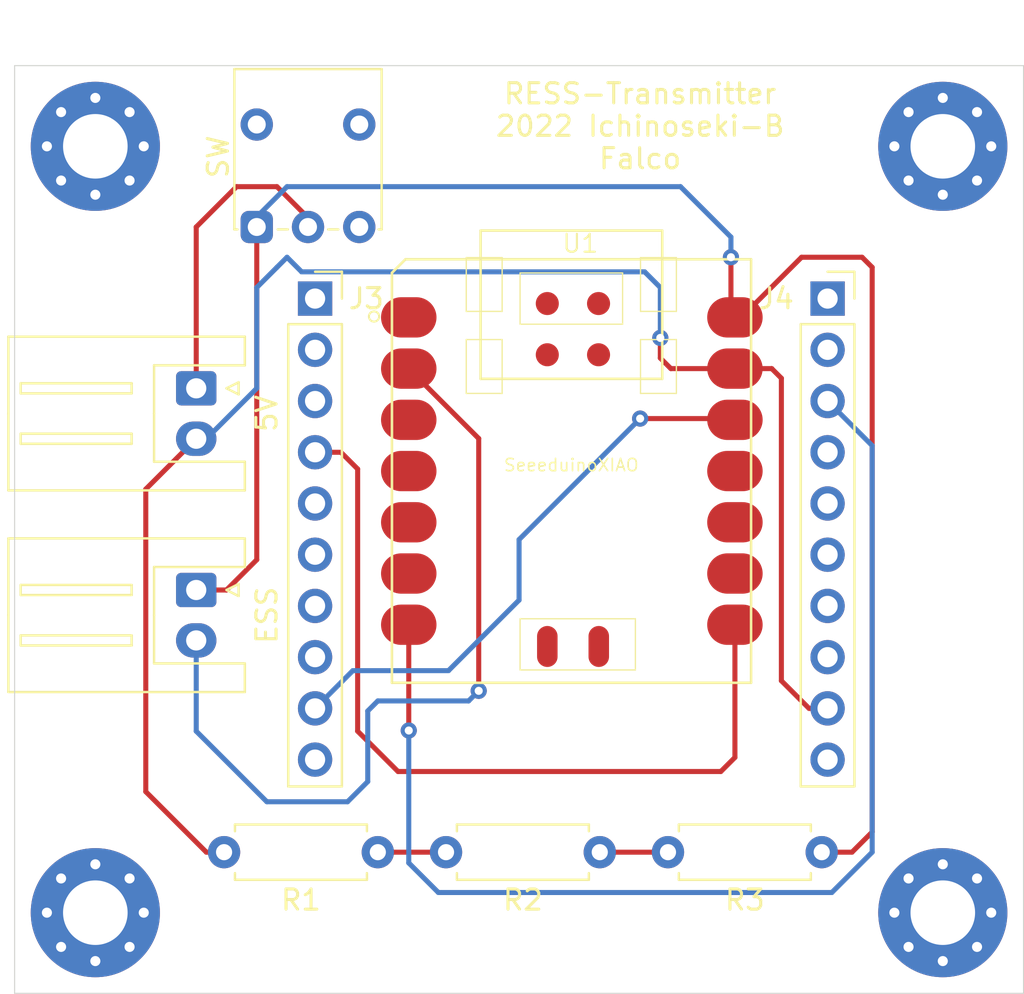
<source format=kicad_pcb>
(kicad_pcb (version 20171130) (host pcbnew "(5.1.9)-1")
  (layers (0 F.Cu signal) (31 B.Cu signal) (34 B.Paste user hide) (35 F.Paste user hide) (36 B.SilkS user) (37 F.SilkS user) (38 B.Mask user hide) (39 F.Mask user) (44 Edge.Cuts user))
  (net 0 "")
  (net 1 GND)
  (net 2 +5V)
  (net 3 RX)
  (net 4 +3V3)
  (net 5 TX)
  (net 6 PW_IN)
  (net 7 ESS_IN)
  (net 8 "Net-(R1-Pad1)")
  (net 9 "Net-(R2-Pad1)")
  (module MountingHole:MountingHole_3.2mm_M3_Pad_Via (layer F.Cu) (at 167 112)
    (fp_text reference REF** hide)
    (fp_text value MountingHole_3.2mm_M3_Pad_Via)
    (pad 1 thru_hole circle (at 1.697056 -1.697056) (size 0.8 0.8) (drill 0.5) (layers *.Cu *.Mask))
    (pad 1 thru_hole circle (at 0 -2.4) (size 0.8 0.8) (drill 0.5) (layers *.Cu *.Mask))
    (pad 1 thru_hole circle (at -1.697056 -1.697056) (size 0.8 0.8) (drill 0.5) (layers *.Cu *.Mask))
    (pad 1 thru_hole circle (at -2.4 0) (size 0.8 0.8) (drill 0.5) (layers *.Cu *.Mask))
    (pad 1 thru_hole circle (at -1.697056 1.697056) (size 0.8 0.8) (drill 0.5) (layers *.Cu *.Mask))
    (pad 1 thru_hole circle (at 0 2.4) (size 0.8 0.8) (drill 0.5) (layers *.Cu *.Mask))
    (pad 1 thru_hole circle (at 1.697056 1.697056) (size 0.8 0.8) (drill 0.5) (layers *.Cu *.Mask))
    (pad 1 thru_hole circle (at 2.4 0) (size 0.8 0.8) (drill 0.5) (layers *.Cu *.Mask))
    (pad 1 thru_hole circle (at 0 0) (size 6.4 6.4) (drill 3.2) (layers *.Cu *.Mask))
  )
  (module MountingHole:MountingHole_3.2mm_M3_Pad_Via (layer F.Cu) (at 125 112)
    (fp_text reference REF** hide)
    (fp_text value MountingHole_3.2mm_M3_Pad_Via)
    (pad 1 thru_hole circle (at 1.697056 -1.697056) (size 0.8 0.8) (drill 0.5) (layers *.Cu *.Mask))
    (pad 1 thru_hole circle (at 0 -2.4) (size 0.8 0.8) (drill 0.5) (layers *.Cu *.Mask))
    (pad 1 thru_hole circle (at -1.697056 -1.697056) (size 0.8 0.8) (drill 0.5) (layers *.Cu *.Mask))
    (pad 1 thru_hole circle (at -2.4 0) (size 0.8 0.8) (drill 0.5) (layers *.Cu *.Mask))
    (pad 1 thru_hole circle (at -1.697056 1.697056) (size 0.8 0.8) (drill 0.5) (layers *.Cu *.Mask))
    (pad 1 thru_hole circle (at 0 2.4) (size 0.8 0.8) (drill 0.5) (layers *.Cu *.Mask))
    (pad 1 thru_hole circle (at 1.697056 1.697056) (size 0.8 0.8) (drill 0.5) (layers *.Cu *.Mask))
    (pad 1 thru_hole circle (at 2.4 0) (size 0.8 0.8) (drill 0.5) (layers *.Cu *.Mask))
    (pad 1 thru_hole circle (at 0 0) (size 6.4 6.4) (drill 3.2) (layers *.Cu *.Mask))
  )
  (module MountingHole:MountingHole_3.2mm_M3_Pad_Via (layer F.Cu) (at 167 74)
    (fp_text reference REF** hide)
    (fp_text value MountingHole_3.2mm_M3_Pad_Via)
    (pad 1 thru_hole circle (at 1.697056 -1.697056) (size 0.8 0.8) (drill 0.5) (layers *.Cu *.Mask))
    (pad 1 thru_hole circle (at 0 -2.4) (size 0.8 0.8) (drill 0.5) (layers *.Cu *.Mask))
    (pad 1 thru_hole circle (at -1.697056 -1.697056) (size 0.8 0.8) (drill 0.5) (layers *.Cu *.Mask))
    (pad 1 thru_hole circle (at -2.4 0) (size 0.8 0.8) (drill 0.5) (layers *.Cu *.Mask))
    (pad 1 thru_hole circle (at -1.697056 1.697056) (size 0.8 0.8) (drill 0.5) (layers *.Cu *.Mask))
    (pad 1 thru_hole circle (at 0 2.4) (size 0.8 0.8) (drill 0.5) (layers *.Cu *.Mask))
    (pad 1 thru_hole circle (at 1.697056 1.697056) (size 0.8 0.8) (drill 0.5) (layers *.Cu *.Mask))
    (pad 1 thru_hole circle (at 2.4 0) (size 0.8 0.8) (drill 0.5) (layers *.Cu *.Mask))
    (pad 1 thru_hole circle (at 0 0) (size 6.4 6.4) (drill 3.2) (layers *.Cu *.Mask))
  )
  (module MountingHole:MountingHole_3.2mm_M3_Pad_Via (layer F.Cu) (at 125 74)
    (fp_text reference REF** hide)
    (fp_text value MountingHole_3.2mm_M3_Pad_Via)
    (pad 1 thru_hole circle (at 1.697056 -1.697056) (size 0.8 0.8) (drill 0.5) (layers *.Cu *.Mask))
    (pad 1 thru_hole circle (at 0 -2.4) (size 0.8 0.8) (drill 0.5) (layers *.Cu *.Mask))
    (pad 1 thru_hole circle (at -1.697056 -1.697056) (size 0.8 0.8) (drill 0.5) (layers *.Cu *.Mask))
    (pad 1 thru_hole circle (at -2.4 0) (size 0.8 0.8) (drill 0.5) (layers *.Cu *.Mask))
    (pad 1 thru_hole circle (at -1.697056 1.697056) (size 0.8 0.8) (drill 0.5) (layers *.Cu *.Mask))
    (pad 1 thru_hole circle (at 0 2.4) (size 0.8 0.8) (drill 0.5) (layers *.Cu *.Mask))
    (pad 1 thru_hole circle (at 1.697056 1.697056) (size 0.8 0.8) (drill 0.5) (layers *.Cu *.Mask))
    (pad 1 thru_hole circle (at 2.4 0) (size 0.8 0.8) (drill 0.5) (layers *.Cu *.Mask))
    (pad 1 thru_hole circle (at 0 0) (size 6.4 6.4) (drill 3.2) (layers *.Cu *.Mask))
  )
  (module Connector_JST:JST_XH_S2B-XH-A_1x02_P2.50mm_Horizontal (layer F.Cu) (at 130 96 270)
    (fp_text reference ESS (at 1.25 -3.5 90) (layer F.SilkS))
    (fp_text value ESS_IN)
    (fp_line (start 1.25 9.31) (end -2.56 9.31) (layer F.SilkS) (width 0.12))
    (fp_line (start -2.56 9.31) (end -2.56 -2.41) (layer F.SilkS) (width 0.12))
    (fp_line (start -2.56 -2.41) (end -1.14 -2.41) (layer F.SilkS) (width 0.12))
    (fp_line (start -1.14 -2.41) (end -1.14 2.09) (layer F.SilkS) (width 0.12))
    (fp_line (start -1.14 2.09) (end 1.25 2.09) (layer F.SilkS) (width 0.12))
    (fp_line (start 1.25 9.31) (end 5.06 9.31) (layer F.SilkS) (width 0.12))
    (fp_line (start 5.06 9.31) (end 5.06 -2.41) (layer F.SilkS) (width 0.12))
    (fp_line (start 5.06 -2.41) (end 3.64 -2.41) (layer F.SilkS) (width 0.12))
    (fp_line (start 3.64 -2.41) (end 3.64 2.09) (layer F.SilkS) (width 0.12))
    (fp_line (start 3.64 2.09) (end 1.25 2.09) (layer F.SilkS) (width 0.12))
    (fp_line (start -0.25 3.2) (end -0.25 8.7) (layer F.SilkS) (width 0.12))
    (fp_line (start -0.25 8.7) (end 0.25 8.7) (layer F.SilkS) (width 0.12))
    (fp_line (start 0.25 8.7) (end 0.25 3.2) (layer F.SilkS) (width 0.12))
    (fp_line (start 0.25 3.2) (end -0.25 3.2) (layer F.SilkS) (width 0.12))
    (fp_line (start 2.25 3.2) (end 2.25 8.7) (layer F.SilkS) (width 0.12))
    (fp_line (start 2.25 8.7) (end 2.75 8.7) (layer F.SilkS) (width 0.12))
    (fp_line (start 2.75 8.7) (end 2.75 3.2) (layer F.SilkS) (width 0.12))
    (fp_line (start 2.75 3.2) (end 2.25 3.2) (layer F.SilkS) (width 0.12))
    (fp_line (start 0 -1.5) (end -0.3 -2.1) (layer F.SilkS) (width 0.12))
    (fp_line (start -0.3 -2.1) (end 0.3 -2.1) (layer F.SilkS) (width 0.12))
    (fp_line (start 0.3 -2.1) (end 0 -1.5) (layer F.SilkS) (width 0.12))
    (pad 1 thru_hole roundrect (at 0 0 270) (size 1.7 2) (drill 1) (layers *.Cu *.Mask) (roundrect_rratio 0.1470588235294118) (net 2 +5V))
    (pad 2 thru_hole oval (at 2.5 0 270) (size 1.7 2) (drill 1) (layers *.Cu *.Mask) (net 7 ESS_IN))
  )
  (module Connector_PinSocket_2.54mm:PinSocket_1x10_P2.54mm_Vertical (layer F.Cu) (at 135.89 81.55)
    (fp_text reference J3 (at 2.54 0) (layer F.SilkS))
    (fp_text value ADP_L)
    (fp_line (start 0 -1.33) (end 1.33 -1.33) (layer F.SilkS) (width 0.12))
    (fp_line (start 1.33 -1.33) (end 1.33 0) (layer F.SilkS) (width 0.12))
    (fp_line (start 1.33 1.27) (end 1.33 24.19) (layer F.SilkS) (width 0.12))
    (fp_line (start -1.33 24.19) (end 1.33 24.19) (layer F.SilkS) (width 0.12))
    (fp_line (start -1.33 1.27) (end -1.33 24.19) (layer F.SilkS) (width 0.12))
    (fp_line (start -1.33 1.27) (end 1.33 1.27) (layer F.SilkS) (width 0.12))
    (pad 1 thru_hole rect (at 0 0) (size 1.7 1.7) (drill 1) (layers *.Cu *.Mask))
    (pad 2 thru_hole oval (at 0 2.54) (size 1.7 1.7) (drill 1) (layers *.Cu *.Mask))
    (pad 3 thru_hole oval (at 0 5.08) (size 1.7 1.7) (drill 1) (layers *.Cu *.Mask))
    (pad 4 thru_hole oval (at 0 7.62) (size 1.7 1.7) (drill 1) (layers *.Cu *.Mask) (net 3 RX))
    (pad 5 thru_hole oval (at 0 10.16) (size 1.7 1.7) (drill 1) (layers *.Cu *.Mask))
    (pad 6 thru_hole oval (at 0 12.7) (size 1.7 1.7) (drill 1) (layers *.Cu *.Mask))
    (pad 7 thru_hole oval (at 0 15.24) (size 1.7 1.7) (drill 1) (layers *.Cu *.Mask))
    (pad 8 thru_hole oval (at 0 17.78) (size 1.7 1.7) (drill 1) (layers *.Cu *.Mask))
    (pad 9 thru_hole oval (at 0 20.32) (size 1.7 1.7) (drill 1) (layers *.Cu *.Mask) (net 4 +3V3))
    (pad 10 thru_hole oval (at 0 22.86) (size 1.7 1.7) (drill 1) (layers *.Cu *.Mask))
  )
  (module Connector_PinSocket_2.54mm:PinSocket_1x10_P2.54mm_Vertical (layer F.Cu) (at 161.29 81.55)
    (fp_text reference J4 (at -2.54 0) (layer F.SilkS))
    (fp_text value ADP_R)
    (fp_line (start -1.33 1.27) (end 1.33 1.27) (layer F.SilkS) (width 0.12))
    (fp_line (start -1.33 1.27) (end -1.33 24.19) (layer F.SilkS) (width 0.12))
    (fp_line (start -1.33 24.19) (end 1.33 24.19) (layer F.SilkS) (width 0.12))
    (fp_line (start 1.33 1.27) (end 1.33 24.19) (layer F.SilkS) (width 0.12))
    (fp_line (start 1.33 -1.33) (end 1.33 0) (layer F.SilkS) (width 0.12))
    (fp_line (start 0 -1.33) (end 1.33 -1.33) (layer F.SilkS) (width 0.12))
    (pad 10 thru_hole oval (at 0 22.86) (size 1.7 1.7) (drill 1) (layers *.Cu *.Mask))
    (pad 9 thru_hole oval (at 0 20.32) (size 1.7 1.7) (drill 1) (layers *.Cu *.Mask) (net 1 GND))
    (pad 8 thru_hole oval (at 0 17.78) (size 1.7 1.7) (drill 1) (layers *.Cu *.Mask))
    (pad 7 thru_hole oval (at 0 15.24) (size 1.7 1.7) (drill 1) (layers *.Cu *.Mask))
    (pad 6 thru_hole oval (at 0 12.7) (size 1.7 1.7) (drill 1) (layers *.Cu *.Mask))
    (pad 5 thru_hole oval (at 0 10.16) (size 1.7 1.7) (drill 1) (layers *.Cu *.Mask))
    (pad 4 thru_hole oval (at 0 7.62) (size 1.7 1.7) (drill 1) (layers *.Cu *.Mask))
    (pad 3 thru_hole oval (at 0 5.08) (size 1.7 1.7) (drill 1) (layers *.Cu *.Mask) (net 5 TX))
    (pad 2 thru_hole oval (at 0 2.54) (size 1.7 1.7) (drill 1) (layers *.Cu *.Mask))
    (pad 1 thru_hole rect (at 0 0) (size 1.7 1.7) (drill 1) (layers *.Cu *.Mask))
  )
  (module Connector_JST:JST_XH_S2B-XH-A_1x02_P2.50mm_Horizontal (layer F.Cu) (at 130 86 270)
    (fp_text reference 5V (at 1.25 -3.5 90) (layer F.SilkS))
    (fp_text value POWER)
    (fp_line (start 0.3 -2.1) (end 0 -1.5) (layer F.SilkS) (width 0.12))
    (fp_line (start -0.3 -2.1) (end 0.3 -2.1) (layer F.SilkS) (width 0.12))
    (fp_line (start 0 -1.5) (end -0.3 -2.1) (layer F.SilkS) (width 0.12))
    (fp_line (start 2.75 3.2) (end 2.25 3.2) (layer F.SilkS) (width 0.12))
    (fp_line (start 2.75 8.7) (end 2.75 3.2) (layer F.SilkS) (width 0.12))
    (fp_line (start 2.25 8.7) (end 2.75 8.7) (layer F.SilkS) (width 0.12))
    (fp_line (start 2.25 3.2) (end 2.25 8.7) (layer F.SilkS) (width 0.12))
    (fp_line (start 0.25 3.2) (end -0.25 3.2) (layer F.SilkS) (width 0.12))
    (fp_line (start 0.25 8.7) (end 0.25 3.2) (layer F.SilkS) (width 0.12))
    (fp_line (start -0.25 8.7) (end 0.25 8.7) (layer F.SilkS) (width 0.12))
    (fp_line (start -0.25 3.2) (end -0.25 8.7) (layer F.SilkS) (width 0.12))
    (fp_line (start 3.64 2.09) (end 1.25 2.09) (layer F.SilkS) (width 0.12))
    (fp_line (start 3.64 -2.41) (end 3.64 2.09) (layer F.SilkS) (width 0.12))
    (fp_line (start 5.06 -2.41) (end 3.64 -2.41) (layer F.SilkS) (width 0.12))
    (fp_line (start 5.06 9.31) (end 5.06 -2.41) (layer F.SilkS) (width 0.12))
    (fp_line (start 1.25 9.31) (end 5.06 9.31) (layer F.SilkS) (width 0.12))
    (fp_line (start -1.14 2.09) (end 1.25 2.09) (layer F.SilkS) (width 0.12))
    (fp_line (start -1.14 -2.41) (end -1.14 2.09) (layer F.SilkS) (width 0.12))
    (fp_line (start -2.56 -2.41) (end -1.14 -2.41) (layer F.SilkS) (width 0.12))
    (fp_line (start -2.56 9.31) (end -2.56 -2.41) (layer F.SilkS) (width 0.12))
    (fp_line (start 1.25 9.31) (end -2.56 9.31) (layer F.SilkS) (width 0.12))
    (pad 1 thru_hole roundrect (at 0 0 270) (size 1.7 2) (drill 1) (layers *.Cu *.Mask) (roundrect_rratio 0.1470588235294118) (net 6 PW_IN))
    (pad 2 thru_hole oval (at 2.5 0 270) (size 1.7 2) (drill 1) (layers *.Cu *.Mask) (net 1 GND))
  )
  (module Button_Switch_THT:SW_Push_1P2T_Vertical_E-Switch_800UDP8P1A1M6 (layer F.Cu) (at 133 78 90)
    (fp_text reference SW (at 3.48 -1.91 270) (layer F.SilkS))
    (fp_text value SW_SPDT)
    (fp_line (start -0.12 6.19) (end 7.83 6.19) (layer F.SilkS) (width 0.12))
    (fp_line (start 7.83 6.19) (end 7.83 -1.11) (layer F.SilkS) (width 0.12))
    (fp_line (start 7.83 -1.11) (end -0.12 -1.11) (layer F.SilkS) (width 0.12))
    (fp_line (start -0.12 -1.11) (end -0.12 -0.96) (layer F.SilkS) (width 0.12))
    (fp_line (start -0.12 1.54) (end -0.12 1.04) (layer F.SilkS) (width 0.12))
    (fp_line (start -0.12 4.04) (end -0.12 3.54) (layer F.SilkS) (width 0.12))
    (fp_line (start -0.12 6.19) (end -0.12 6.04) (layer F.SilkS) (width 0.12))
    (pad "" thru_hole circle (at 5.08 5.08 270) (size 1.6 1.6) (drill 0.89) (layers *.Cu *.Mask))
    (pad "" thru_hole circle (at 5.08 0 270) (size 1.6 1.6) (drill 0.89) (layers *.Cu *.Mask))
    (pad 1 thru_hole roundrect (at 0 0 270) (size 1.6 1.6) (drill 0.89) (layers *.Cu *.Mask) (net 2 +5V))
    (pad 2 thru_hole circle (at 0 2.54 270) (size 1.6 1.6) (drill 0.89) (layers *.Cu *.Mask) (net 6 PW_IN))
    (pad 3 thru_hole circle (at 0 5.08 270) (size 1.6 1.6) (drill 0.89) (layers *.Cu *.Mask))
  )
  (module Resistor_THT:R_Axial_DIN0207_L6.3mm_D2.5mm_P7.62mm_Horizontal (layer F.Cu) (at 139 109 180)
    (fp_text reference R1 (at 3.81 -2.37) (layer F.SilkS))
    (fp_text value 18Ω)
    (fp_line (start 7.08 1.37) (end 7.08 1.04) (layer F.SilkS) (width 0.12))
    (fp_line (start 0.54 1.37) (end 7.08 1.37) (layer F.SilkS) (width 0.12))
    (fp_line (start 0.54 1.04) (end 0.54 1.37) (layer F.SilkS) (width 0.12))
    (fp_line (start 7.08 -1.37) (end 7.08 -1.04) (layer F.SilkS) (width 0.12))
    (fp_line (start 0.54 -1.37) (end 7.08 -1.37) (layer F.SilkS) (width 0.12))
    (fp_line (start 0.54 -1.04) (end 0.54 -1.37) (layer F.SilkS) (width 0.12))
    (pad 1 thru_hole circle (at 0 0 180) (size 1.6 1.6) (drill 0.8) (layers *.Cu *.Mask) (net 8 "Net-(R1-Pad1)"))
    (pad 2 thru_hole oval (at 7.62 0 180) (size 1.6 1.6) (drill 0.8) (layers *.Cu *.Mask) (net 1 GND))
  )
  (module Resistor_THT:R_Axial_DIN0207_L6.3mm_D2.5mm_P7.62mm_Horizontal (layer F.Cu) (at 150 109 180)
    (fp_text reference R2 (at 3.81 -2.37 180) (layer F.SilkS))
    (fp_text value 18Ω)
    (fp_line (start 7.08 1.37) (end 7.08 1.04) (layer F.SilkS) (width 0.12))
    (fp_line (start 0.54 1.37) (end 7.08 1.37) (layer F.SilkS) (width 0.12))
    (fp_line (start 0.54 1.04) (end 0.54 1.37) (layer F.SilkS) (width 0.12))
    (fp_line (start 7.08 -1.37) (end 7.08 -1.04) (layer F.SilkS) (width 0.12))
    (fp_line (start 0.54 -1.37) (end 7.08 -1.37) (layer F.SilkS) (width 0.12))
    (fp_line (start 0.54 -1.04) (end 0.54 -1.37) (layer F.SilkS) (width 0.12))
    (pad 1 thru_hole circle (at 0 0 180) (size 1.6 1.6) (drill 0.8) (layers *.Cu *.Mask) (net 9 "Net-(R2-Pad1)"))
    (pad 2 thru_hole oval (at 7.62 0 180) (size 1.6 1.6) (drill 0.8) (layers *.Cu *.Mask) (net 8 "Net-(R1-Pad1)"))
  )
  (module Resistor_THT:R_Axial_DIN0207_L6.3mm_D2.5mm_P7.62mm_Horizontal (layer F.Cu) (at 161 109 180)
    (fp_text reference R3 (at 3.81 -2.37) (layer F.SilkS))
    (fp_text value 18Ω)
    (fp_line (start 7.08 1.37) (end 7.08 1.04) (layer F.SilkS) (width 0.12))
    (fp_line (start 0.54 1.37) (end 7.08 1.37) (layer F.SilkS) (width 0.12))
    (fp_line (start 0.54 1.04) (end 0.54 1.37) (layer F.SilkS) (width 0.12))
    (fp_line (start 7.08 -1.37) (end 7.08 -1.04) (layer F.SilkS) (width 0.12))
    (fp_line (start 0.54 -1.37) (end 7.08 -1.37) (layer F.SilkS) (width 0.12))
    (fp_line (start 0.54 -1.04) (end 0.54 -1.37) (layer F.SilkS) (width 0.12))
    (pad 1 thru_hole circle (at 0 0 180) (size 1.6 1.6) (drill 0.8) (layers *.Cu *.Mask) (net 2 +5V))
    (pad 2 thru_hole oval (at 7.62 0 180) (size 1.6 1.6) (drill 0.8) (layers *.Cu *.Mask) (net 9 "Net-(R2-Pad1)"))
  )
  (module "Seeeduino XIAO KICAD:Seeeduino XIAO-MOUDLE14P-2.54-21X17.8MM" (layer F.Cu) (at 139.7 100.6)
    (fp_text reference U1 (at 9.3345 -21.7805) (layer F.SilkS) (effects (font (size 0.889 0.889) (thickness 0.1016))))
    (fp_text value SeeeduinoXIAO (at 8.89 -10.795) (layer F.SilkS) (effects (font (size 0.6096 0.6096) (thickness 0.0762))))
    (fp_line (start 6.35 -17.78) (end 11.43 -17.78) (layer F.SilkS) (width 0.06604))
    (fp_line (start 11.43 -17.78) (end 11.43 -20.32) (layer F.SilkS) (width 0.06604))
    (fp_line (start 6.35 -20.32) (end 11.43 -20.32) (layer F.SilkS) (width 0.06604))
    (fp_line (start 6.35 -17.78) (end 6.35 -20.32) (layer F.SilkS) (width 0.06604))
    (fp_line (start 6.35 -0.635) (end 12.065 -0.635) (layer F.SilkS) (width 0.06604))
    (fp_line (start 12.065 -0.635) (end 12.065 -3.175) (layer F.SilkS) (width 0.06604))
    (fp_line (start 6.35 -3.175) (end 12.065 -3.175) (layer F.SilkS) (width 0.06604))
    (fp_line (start 6.35 -0.635) (end 6.35 -3.175) (layer F.SilkS) (width 0.06604))
    (fp_line (start 3.683 -18.415) (end 5.461 -18.415) (layer F.SilkS) (width 0.06604))
    (fp_line (start 5.461 -18.415) (end 5.461 -21.082) (layer F.SilkS) (width 0.06604))
    (fp_line (start 3.683 -21.082) (end 5.461 -21.082) (layer F.SilkS) (width 0.06604))
    (fp_line (start 3.683 -18.415) (end 3.683 -21.082) (layer F.SilkS) (width 0.06604))
    (fp_line (start 3.683 -14.34846) (end 5.461 -14.34846) (layer F.SilkS) (width 0.06604))
    (fp_line (start 5.461 -14.34846) (end 5.461 -17.018) (layer F.SilkS) (width 0.06604))
    (fp_line (start 3.683 -17.018) (end 5.461 -17.018) (layer F.SilkS) (width 0.06604))
    (fp_line (start 3.683 -14.34846) (end 3.683 -17.018) (layer F.SilkS) (width 0.06604))
    (fp_line (start 12.319 -14.34846) (end 14.097 -14.34846) (layer F.SilkS) (width 0.06604))
    (fp_line (start 14.097 -14.34846) (end 14.097 -17.018) (layer F.SilkS) (width 0.06604))
    (fp_line (start 12.319 -17.018) (end 14.097 -17.018) (layer F.SilkS) (width 0.06604))
    (fp_line (start 12.319 -14.34846) (end 12.319 -17.018) (layer F.SilkS) (width 0.06604))
    (fp_line (start 12.319 -18.415) (end 14.097 -18.415) (layer F.SilkS) (width 0.06604))
    (fp_line (start 14.097 -18.415) (end 14.097 -21.082) (layer F.SilkS) (width 0.06604))
    (fp_line (start 12.319 -21.082) (end 14.097 -21.082) (layer F.SilkS) (width 0.06604))
    (fp_line (start 12.319 -18.415) (end 12.319 -21.082) (layer F.SilkS) (width 0.06604))
    (fp_line (start 0 0) (end 17.79778 0) (layer F.SilkS) (width 0.127))
    (fp_line (start 17.79778 0) (end 17.79778 -20.99818) (layer F.SilkS) (width 0.127))
    (fp_line (start 17.79778 -20.99818) (end 0.67056 -20.99818) (layer F.SilkS) (width 0.127))
    (fp_line (start 0.67056 -20.99818) (end 0 -20.32762) (layer F.SilkS) (width 0.127))
    (fp_line (start 0 -20.32762) (end 0 0) (layer F.SilkS) (width 0.127))
    (fp_line (start 4.39928 -22.42312) (end 13.39342 -22.42312) (layer F.SilkS) (width 0.127))
    (fp_line (start 13.39342 -22.42312) (end 13.39342 -15.06982) (layer F.SilkS) (width 0.127))
    (fp_line (start 13.39342 -15.06982) (end 4.3942 -15.06982) (layer F.SilkS) (width 0.127))
    (fp_line (start 4.3942 -15.06982) (end 4.3942 -22.42312) (layer F.SilkS) (width 0.127))
    (fp_circle (center -0.889 -18.161) (end -0.889 -18.415) (layer F.SilkS) (width 0.1))
    (pad 14 smd oval (at 16.99768 -18.11782) (size 2.74828 1.99898) (layers F.Cu F.Paste F.Mask) (net 2 +5V))
    (pad 13 smd oval (at 16.99768 -15.57782) (size 2.74828 1.99898) (layers F.Cu F.Paste F.Mask) (net 1 GND))
    (pad 12 smd oval (at 16.99768 -13.03782) (size 2.74828 1.99898) (layers F.Cu F.Paste F.Mask) (net 4 +3V3))
    (pad 11 smd oval (at 16.99768 -10.49782) (size 2.74828 1.99898) (layers F.Cu F.Paste F.Mask))
    (pad 10 smd oval (at 16.99768 -7.95782) (size 2.74828 1.99898) (layers F.Cu F.Paste F.Mask))
    (pad 9 smd oval (at 16.99768 -5.41782) (size 2.74828 1.99898) (layers F.Cu F.Paste F.Mask))
    (pad 8 smd oval (at 16.99768 -2.87782) (size 2.74828 1.99898) (layers F.Cu F.Paste F.Mask) (net 3 RX))
    (pad 7 smd oval (at 0.83312 -2.87782) (size 2.74828 1.99898) (layers F.Cu F.Paste F.Mask) (net 5 TX))
    (pad 6 smd oval (at 0.83312 -5.41782) (size 2.74828 1.99898) (layers F.Cu F.Paste F.Mask))
    (pad 5 smd oval (at 0.83312 -7.95782) (size 2.74828 1.99898) (layers F.Cu F.Paste F.Mask))
    (pad 4 smd oval (at 0.83312 -10.49782) (size 2.74828 1.99898) (layers F.Cu F.Paste F.Mask))
    (pad 3 smd oval (at 0.83312 -13.03782) (size 2.74828 1.99898) (layers F.Cu F.Paste F.Mask))
    (pad 2 smd oval (at 0.83312 -15.57782) (size 2.74828 1.99898) (layers F.Cu F.Paste F.Mask) (net 7 ESS_IN))
    (pad 1 smd oval (at 0.83312 -18.11782) (size 2.74828 1.99898) (layers F.Cu F.Paste F.Mask))
    (pad 15 smd oval (at 7.7 -1.8 90) (size 2.032 1.016) (layers F.Cu F.Paste F.Mask))
    (pad 16 smd oval (at 10.25 -1.8 90) (size 2.032 1.016) (layers F.Cu F.Paste F.Mask))
    (pad 17 smd circle (at 7.698803 -18.804187 90) (size 1.143 1.143) (layers F.Cu F.Paste F.Mask))
    (pad 18 smd circle (at 10.238803 -18.804187 90) (size 1.143 1.143) (layers F.Cu F.Paste F.Mask))
    (pad 19 smd circle (at 7.698803 -16.264187 90) (size 1.143 1.143) (layers F.Cu F.Paste F.Mask))
    (pad 20 smd circle (at 10.238803 -16.264187 90) (size 1.143 1.143) (layers F.Cu F.Paste F.Mask))
  )
  (gr_line (start 171 116) (end 171 70) (layer Edge.Cuts) (width 0.05))
  (gr_line (start 121 116) (end 121 70) (layer Edge.Cuts) (width 0.05))
  (gr_line (start 121 116) (end 171 116) (layer Edge.Cuts) (width 0.05))
  (gr_line (start 121 70) (end 171 70) (layer Edge.Cuts) (width 0.05))
  (gr_text "RESS-Transmitter\n2022 Ichinoseki-B\nFalco" (at 152 73) (layer F.SilkS) (effects (font (size 1 1))))
  (segment (start 130.5 109) (end 131.38 109) (width 0.25) (layer F.Cu) (net 1))
  (segment (start 127.5 91) (end 127.5 106) (width 0.25) (layer F.Cu) (net 1))
  (segment (start 127.5 106) (end 130.5 109) (width 0.25) (layer F.Cu) (net 1))
  (segment (start 130 88.5) (end 127.5 91) (width 0.25) (layer F.Cu) (net 1))
  (segment (start 160.37 101.87) (end 161.29 101.87) (width 0.25) (layer F.Cu) (net 1))
  (segment (start 159 100.5) (end 160.37 101.87) (width 0.25) (layer F.Cu) (net 1))
  (segment (start 158.52218 85.02218) (end 159 85.5) (width 0.25) (layer F.Cu) (net 1))
  (segment (start 159 85.5) (end 159 100.5) (width 0.25) (layer F.Cu) (net 1))
  (segment (start 156.69768 85.02218) (end 158.52218 85.02218) (width 0.25) (layer F.Cu) (net 1))
  (segment (start 130 88.5) (end 130.5 88.5) (width 0.25) (layer B.Cu) (net 1))
  (segment (start 130.5 88.5) (end 133 86) (width 0.25) (layer B.Cu) (net 1))
  (segment (start 133 86) (end 133 81) (width 0.25) (layer B.Cu) (net 1))
  (segment (start 133 81) (end 134 80) (width 0.25) (layer B.Cu) (net 1))
  (segment (start 134 80) (end 134.5 79.5) (width 0.25) (layer B.Cu) (net 1))
  (segment (start 135.225001 80.225001) (end 152.225001 80.225001) (width 0.25) (layer B.Cu) (net 1))
  (segment (start 134.5 79.5) (end 135.225001 80.225001) (width 0.25) (layer B.Cu) (net 1))
  (segment (start 152.225001 80.225001) (end 153 81) (width 0.25) (layer B.Cu) (net 1))
  (segment (start 153 81) (end 153 83.5) (width 0.25) (layer B.Cu) (net 1))
  (segment (start 153 83.5) (end 153 83.5) (width 0.25) (layer B.Cu) (net 1))
  (via (at 153 83.5) (size 0.8) (drill 0.4) (layers F.Cu B.Cu) (net 1))
  (segment (start 153 83.5) (end 153 84.5) (width 0.25) (layer F.Cu) (net 1))
  (segment (start 153.52218 85.02218) (end 156.69768 85.02218) (width 0.25) (layer F.Cu) (net 1))
  (segment (start 153 84.5) (end 153.52218 85.02218) (width 0.25) (layer F.Cu) (net 1))
  (segment (start 133 78) (end 133 77.5) (width 0.25) (layer B.Cu) (net 2))
  (segment (start 133 77.5) (end 134.5 76) (width 0.25) (layer B.Cu) (net 2))
  (segment (start 134.5 76) (end 154 76) (width 0.25) (layer B.Cu) (net 2))
  (segment (start 154 76) (end 156.5 78.5) (width 0.25) (layer B.Cu) (net 2))
  (segment (start 156.5 78.5) (end 156.5 79.5) (width 0.25) (layer B.Cu) (net 2))
  (segment (start 156.5 79.5) (end 156.5 79.5) (width 0.25) (layer B.Cu) (net 2))
  (via (at 156.5 79.5) (size 0.8) (drill 0.4) (layers F.Cu B.Cu) (net 2))
  (segment (start 156.5 82.2845) (end 156.69768 82.48218) (width 0.25) (layer F.Cu) (net 2))
  (segment (start 156.5 79.5) (end 156.5 82.2845) (width 0.25) (layer F.Cu) (net 2))
  (segment (start 161 109) (end 162.5 109) (width 0.25) (layer F.Cu) (net 2))
  (segment (start 162.5 109) (end 163.5 108) (width 0.25) (layer F.Cu) (net 2))
  (segment (start 163.5 108) (end 163.5 80) (width 0.25) (layer F.Cu) (net 2))
  (segment (start 163.5 80) (end 163 79.5) (width 0.25) (layer F.Cu) (net 2))
  (segment (start 163 79.5) (end 160 79.5) (width 0.25) (layer F.Cu) (net 2))
  (segment (start 157.01782 82.48218) (end 156.69768 82.48218) (width 0.25) (layer F.Cu) (net 2))
  (segment (start 160 79.5) (end 157.01782 82.48218) (width 0.25) (layer F.Cu) (net 2))
  (segment (start 133 78) (end 133 94.5) (width 0.25) (layer F.Cu) (net 2))
  (segment (start 131.5 96) (end 130 96) (width 0.25) (layer F.Cu) (net 2))
  (segment (start 133 94.5) (end 131.5 96) (width 0.25) (layer F.Cu) (net 2))
  (segment (start 137.17 89.17) (end 135.89 89.17) (width 0.25) (layer F.Cu) (net 3))
  (segment (start 138 103) (end 138 90) (width 0.25) (layer F.Cu) (net 3))
  (segment (start 140 105) (end 138 103) (width 0.25) (layer F.Cu) (net 3))
  (segment (start 156 105) (end 140 105) (width 0.25) (layer F.Cu) (net 3))
  (segment (start 156.69768 104.30232) (end 156 105) (width 0.25) (layer F.Cu) (net 3))
  (segment (start 138 90) (end 137.17 89.17) (width 0.25) (layer F.Cu) (net 3))
  (segment (start 156.69768 97.72218) (end 156.69768 104.30232) (width 0.25) (layer F.Cu) (net 3))
  (segment (start 135.89 101.87) (end 137.76 100) (width 0.25) (layer B.Cu) (net 4))
  (segment (start 137.76 100) (end 142.5 100) (width 0.25) (layer B.Cu) (net 4))
  (segment (start 142.5 100) (end 146 96.5) (width 0.25) (layer B.Cu) (net 4))
  (segment (start 146 96.5) (end 146 93.5) (width 0.25) (layer B.Cu) (net 4))
  (segment (start 146 93.5) (end 152 87.5) (width 0.25) (layer B.Cu) (net 4))
  (segment (start 152 87.5) (end 152 87.5) (width 0.25) (layer B.Cu) (net 4))
  (via (at 152 87.5) (size 0.8) (drill 0.4) (layers F.Cu B.Cu) (net 4))
  (segment (start 156.6355 87.5) (end 156.69768 87.56218) (width 0.25) (layer F.Cu) (net 4))
  (segment (start 152 87.5) (end 156.6355 87.5) (width 0.25) (layer F.Cu) (net 4))
  (segment (start 140.53312 97.72218) (end 140.53312 102.96688) (width 0.25) (layer F.Cu) (net 5))
  (segment (start 140.53312 102.96688) (end 140.53312 102.96688) (width 0.25) (layer F.Cu) (net 5))
  (via (at 140.53312 102.96688) (size 0.8) (drill 0.4) (layers F.Cu B.Cu) (net 5))
  (segment (start 140.53312 102.96688) (end 140.53312 109.53312) (width 0.25) (layer B.Cu) (net 5))
  (segment (start 140.53312 109.53312) (end 142 111) (width 0.25) (layer B.Cu) (net 5))
  (segment (start 142 111) (end 161.5 111) (width 0.25) (layer B.Cu) (net 5))
  (segment (start 161.5 111) (end 163.5 109) (width 0.25) (layer B.Cu) (net 5))
  (segment (start 163.5 88.84) (end 161.29 86.63) (width 0.25) (layer B.Cu) (net 5))
  (segment (start 163.5 109) (end 163.5 88.84) (width 0.25) (layer B.Cu) (net 5))
  (segment (start 135.54 77.54) (end 135.54 78) (width 0.25) (layer F.Cu) (net 6))
  (segment (start 134 76) (end 135.54 77.54) (width 0.25) (layer F.Cu) (net 6))
  (segment (start 132 76) (end 134 76) (width 0.25) (layer F.Cu) (net 6))
  (segment (start 130 78) (end 132 76) (width 0.25) (layer F.Cu) (net 6))
  (segment (start 130 86) (end 130 78) (width 0.25) (layer F.Cu) (net 6))
  (segment (start 140.53312 85.02218) (end 144 88.48906) (width 0.25) (layer F.Cu) (net 7))
  (segment (start 144 88.48906) (end 144 101) (width 0.25) (layer F.Cu) (net 7))
  (segment (start 144 101) (end 144 101) (width 0.25) (layer F.Cu) (net 7))
  (via (at 144 101) (size 0.8) (drill 0.4) (layers F.Cu B.Cu) (net 7))
  (segment (start 144 101) (end 143.5 101.5) (width 0.25) (layer B.Cu) (net 7))
  (segment (start 143.5 101.5) (end 139 101.5) (width 0.25) (layer B.Cu) (net 7))
  (segment (start 139 101.5) (end 138.5 102) (width 0.25) (layer B.Cu) (net 7))
  (segment (start 138.5 102) (end 138.5 105.5) (width 0.25) (layer B.Cu) (net 7))
  (segment (start 138.5 105.5) (end 137.5 106.5) (width 0.25) (layer B.Cu) (net 7))
  (segment (start 137.5 106.5) (end 133.5 106.5) (width 0.25) (layer B.Cu) (net 7))
  (segment (start 130 103) (end 130 98.5) (width 0.25) (layer B.Cu) (net 7))
  (segment (start 133.5 106.5) (end 130 103) (width 0.25) (layer B.Cu) (net 7))
  (segment (start 139 109) (end 142.38 109) (width 0.25) (layer F.Cu) (net 8))
  (segment (start 150 109) (end 153.38 109) (width 0.25) (layer F.Cu) (net 9))
)
</source>
